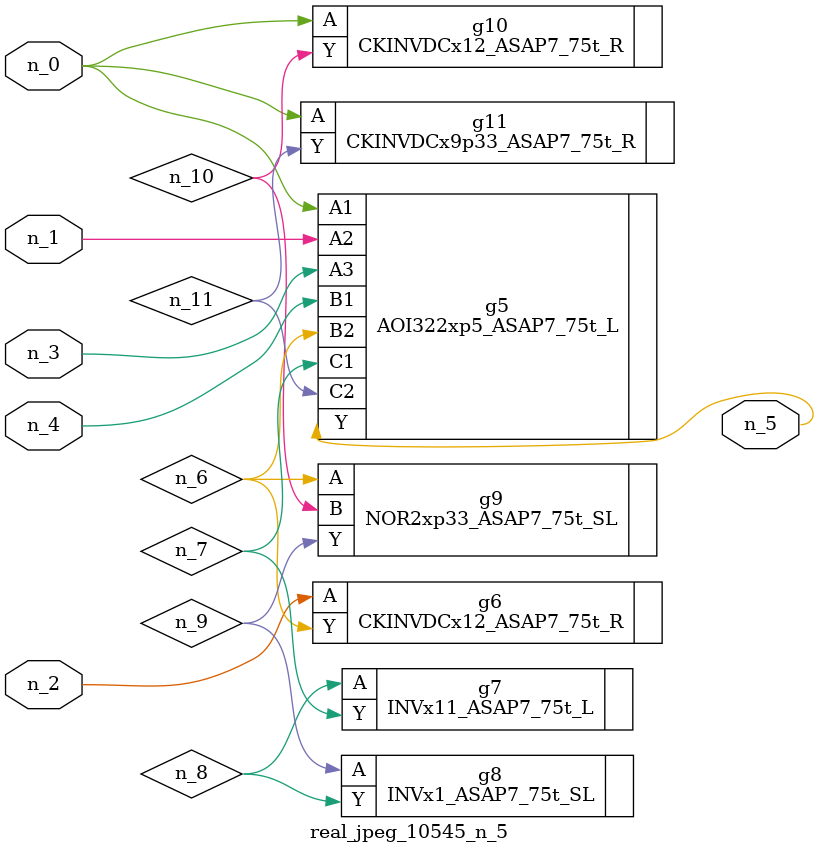
<source format=v>
module real_jpeg_10545_n_5 (n_4, n_0, n_1, n_2, n_3, n_5);

input n_4;
input n_0;
input n_1;
input n_2;
input n_3;

output n_5;

wire n_8;
wire n_11;
wire n_6;
wire n_7;
wire n_10;
wire n_9;

AOI322xp5_ASAP7_75t_L g5 ( 
.A1(n_0),
.A2(n_1),
.A3(n_3),
.B1(n_4),
.B2(n_6),
.C1(n_7),
.C2(n_11),
.Y(n_5)
);

CKINVDCx12_ASAP7_75t_R g10 ( 
.A(n_0),
.Y(n_10)
);

CKINVDCx9p33_ASAP7_75t_R g11 ( 
.A(n_0),
.Y(n_11)
);

CKINVDCx12_ASAP7_75t_R g6 ( 
.A(n_2),
.Y(n_6)
);

NOR2xp33_ASAP7_75t_SL g9 ( 
.A(n_6),
.B(n_10),
.Y(n_9)
);

INVx11_ASAP7_75t_L g7 ( 
.A(n_8),
.Y(n_7)
);

INVx1_ASAP7_75t_SL g8 ( 
.A(n_9),
.Y(n_8)
);


endmodule
</source>
